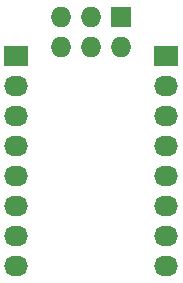
<source format=gbr>
G04 #@! TF.FileFunction,Soldermask,Bot*
%FSLAX46Y46*%
G04 Gerber Fmt 4.6, Leading zero omitted, Abs format (unit mm)*
G04 Created by KiCad (PCBNEW no-vcs-found-product) date Wed 15 Jul 2015 01:59:35 AM PDT*
%MOMM*%
G01*
G04 APERTURE LIST*
%ADD10C,0.100000*%
%ADD11R,1.727200X1.727200*%
%ADD12O,1.727200X1.727200*%
%ADD13R,2.032000X1.727200*%
%ADD14O,2.032000X1.727200*%
G04 APERTURE END LIST*
D10*
D11*
X143510000Y-91059000D03*
D12*
X143510000Y-93599000D03*
X140970000Y-91059000D03*
X140970000Y-93599000D03*
X138430000Y-91059000D03*
X138430000Y-93599000D03*
D13*
X134620000Y-94361000D03*
D14*
X134620000Y-96901000D03*
X134620000Y-99441000D03*
X134620000Y-101981000D03*
X134620000Y-104521000D03*
X134620000Y-107061000D03*
X134620000Y-109601000D03*
X134620000Y-112141000D03*
D13*
X147320000Y-94361000D03*
D14*
X147320000Y-96901000D03*
X147320000Y-99441000D03*
X147320000Y-101981000D03*
X147320000Y-104521000D03*
X147320000Y-107061000D03*
X147320000Y-109601000D03*
X147320000Y-112141000D03*
M02*

</source>
